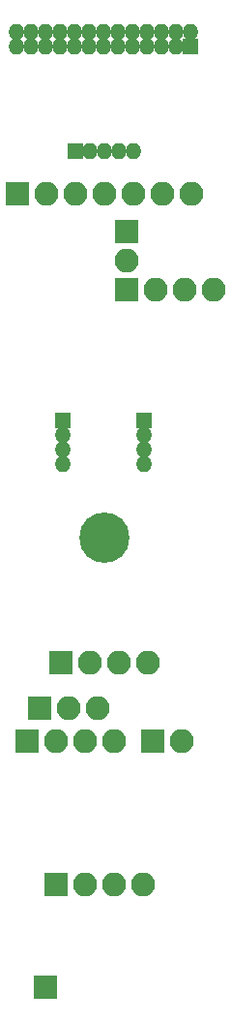
<source format=gbs>
G04 #@! TF.FileFunction,Soldermask,Bot*
%FSLAX46Y46*%
G04 Gerber Fmt 4.6, Leading zero omitted, Abs format (unit mm)*
G04 Created by KiCad (PCBNEW 4.0.7) date 06/01/18 18:40:32*
%MOMM*%
%LPD*%
G01*
G04 APERTURE LIST*
%ADD10C,0.100000*%
%ADD11C,4.400000*%
%ADD12R,2.100000X2.100000*%
%ADD13O,2.100000X2.100000*%
%ADD14R,1.400000X1.400000*%
%ADD15O,1.400000X1.400000*%
G04 APERTURE END LIST*
D10*
D11*
X38250000Y-75000000D03*
D12*
X40160000Y-53368000D03*
D13*
X42700000Y-53368000D03*
X45240000Y-53368000D03*
X47780000Y-53368000D03*
D14*
X45770000Y-32100000D03*
D15*
X45770000Y-30830000D03*
X44500000Y-32100000D03*
X44500000Y-30830000D03*
X43230000Y-32100000D03*
X43230000Y-30830000D03*
X41960000Y-32100000D03*
X41960000Y-30830000D03*
X40690000Y-32100000D03*
X40690000Y-30830000D03*
X39420000Y-32100000D03*
X39420000Y-30830000D03*
X38150000Y-32100000D03*
X38150000Y-30830000D03*
X36880000Y-32100000D03*
X36880000Y-30830000D03*
X35610000Y-32100000D03*
X35610000Y-30830000D03*
X34340000Y-32100000D03*
X34340000Y-30830000D03*
X33070000Y-32100000D03*
X33070000Y-30830000D03*
X31800000Y-32100000D03*
X31800000Y-30830000D03*
X30530000Y-32100000D03*
X30530000Y-30830000D03*
D12*
X33048000Y-114323000D03*
D14*
X34572000Y-64798000D03*
D15*
X34572000Y-66068000D03*
X34572000Y-67338000D03*
X34572000Y-68608000D03*
D14*
X41684000Y-64798000D03*
D15*
X41684000Y-66068000D03*
X41684000Y-67338000D03*
X41684000Y-68608000D03*
D12*
X30630000Y-44930000D03*
D13*
X33170000Y-44930000D03*
X35710000Y-44930000D03*
X38250000Y-44930000D03*
X40790000Y-44930000D03*
X43330000Y-44930000D03*
X45870000Y-44930000D03*
D12*
X42500000Y-92750000D03*
D13*
X45040000Y-92750000D03*
D12*
X31500000Y-92750000D03*
D13*
X34040000Y-92750000D03*
X36580000Y-92750000D03*
X39120000Y-92750000D03*
D12*
X32540000Y-89944000D03*
D13*
X35080000Y-89944000D03*
X37620000Y-89944000D03*
D12*
X40160000Y-48288000D03*
D13*
X40160000Y-50828000D03*
D14*
X35710000Y-41200000D03*
D15*
X36980000Y-41200000D03*
X38250000Y-41200000D03*
X39520000Y-41200000D03*
X40790000Y-41200000D03*
D12*
X34440000Y-85900000D03*
D13*
X36980000Y-85900000D03*
X39520000Y-85900000D03*
X42060000Y-85900000D03*
D12*
X34040000Y-105350000D03*
D13*
X36580000Y-105350000D03*
X39120000Y-105350000D03*
X41660000Y-105350000D03*
M02*

</source>
